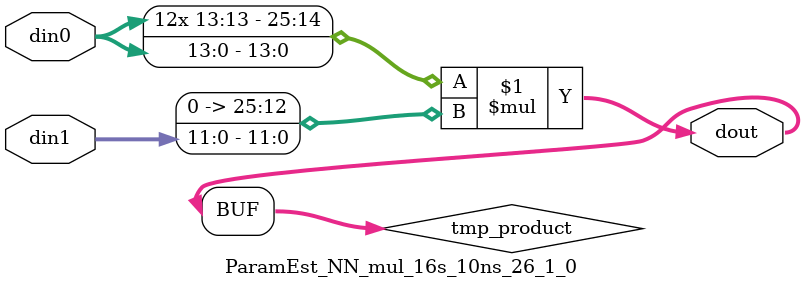
<source format=v>

`timescale 1 ns / 1 ps

  module ParamEst_NN_mul_16s_10ns_26_1_0(din0, din1, dout);
parameter ID = 1;
parameter NUM_STAGE = 0;
parameter din0_WIDTH = 14;
parameter din1_WIDTH = 12;
parameter dout_WIDTH = 26;

input [din0_WIDTH - 1 : 0] din0; 
input [din1_WIDTH - 1 : 0] din1; 
output [dout_WIDTH - 1 : 0] dout;

wire signed [dout_WIDTH - 1 : 0] tmp_product;












assign tmp_product = $signed(din0) * $signed({1'b0, din1});









assign dout = tmp_product;







endmodule

</source>
